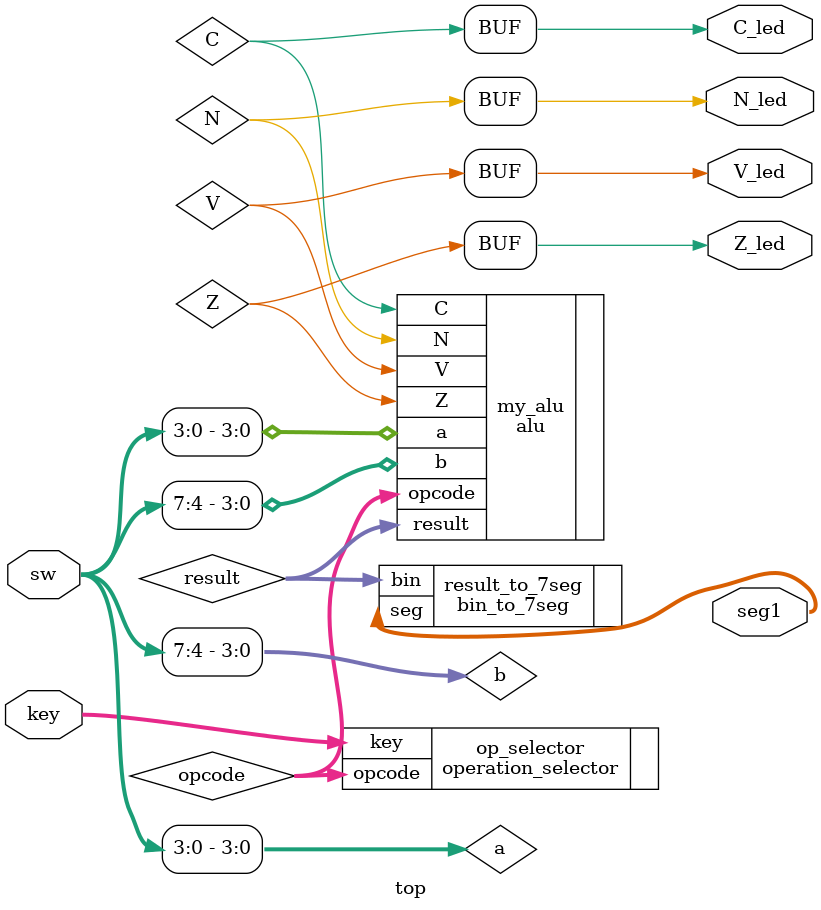
<source format=sv>
module top (
    input logic [9:0] sw,    // 10 switches
    input logic [3:0] key,   // 4 botones
    output logic [6:0] seg1, // 7 segmentos para resultado (7 segmentos del primer display)
    output logic N_led, Z_led, C_led, V_led // LEDs para banderas
);

    logic [3:0] a, b, opcode, result;
    logic N, Z, C, V;

    // Conectar los switches a las entradas a y b
    assign a = sw[3:0]; // Los 4 primeros switches para a
    assign b = sw[7:4]; // Los siguientes 4 switches para b

    // Conectar los botones a las operaciones
    operation_selector op_selector (
        .key(key),
        .opcode(opcode)
    );

    // Instanciar la ALU
    alu my_alu (
        .a(a),
        .b(b),
        .opcode(opcode),
        .result(result),
        .N(N),
        .Z(Z),
        .C(C),
        .V(V)
    );

    // Convertir el resultado a señales de 7 segmentos
    bin_to_7seg result_to_7seg (
        .bin(result),
        .seg(seg1)
    );

    // Asignar las banderas a los LEDs
    assign N_led = N;
    assign Z_led = Z;
    assign C_led = C;
    assign V_led = V;

endmodule

</source>
